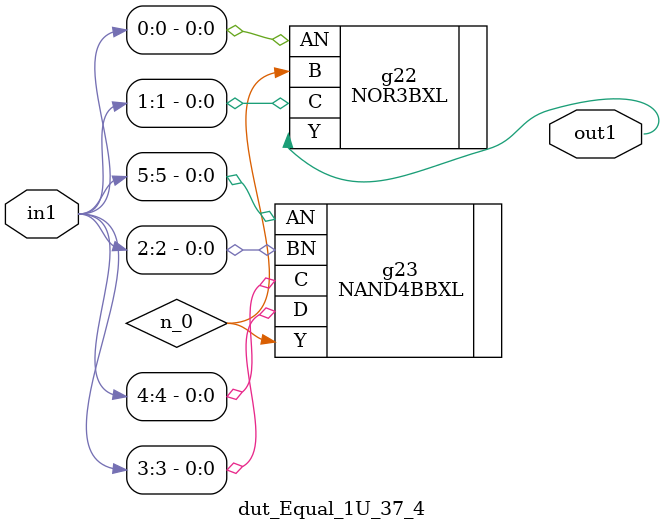
<source format=v>
`timescale 1ps / 1ps


module dut_Equal_1U_37_4(in1, out1);
  input [5:0] in1;
  output out1;
  wire [5:0] in1;
  wire out1;
  wire n_0;
  NOR3BXL g22(.AN (in1[0]), .B (n_0), .C (in1[1]), .Y (out1));
  NAND4BBXL g23(.AN (in1[5]), .BN (in1[2]), .C (in1[4]), .D (in1[3]),
       .Y (n_0));
endmodule



</source>
